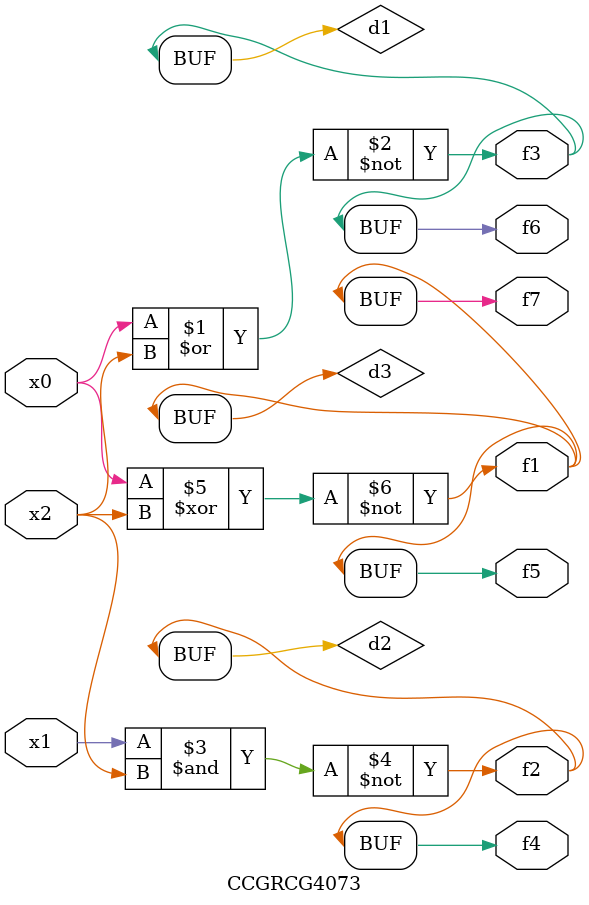
<source format=v>
module CCGRCG4073(
	input x0, x1, x2,
	output f1, f2, f3, f4, f5, f6, f7
);

	wire d1, d2, d3;

	nor (d1, x0, x2);
	nand (d2, x1, x2);
	xnor (d3, x0, x2);
	assign f1 = d3;
	assign f2 = d2;
	assign f3 = d1;
	assign f4 = d2;
	assign f5 = d3;
	assign f6 = d1;
	assign f7 = d3;
endmodule

</source>
